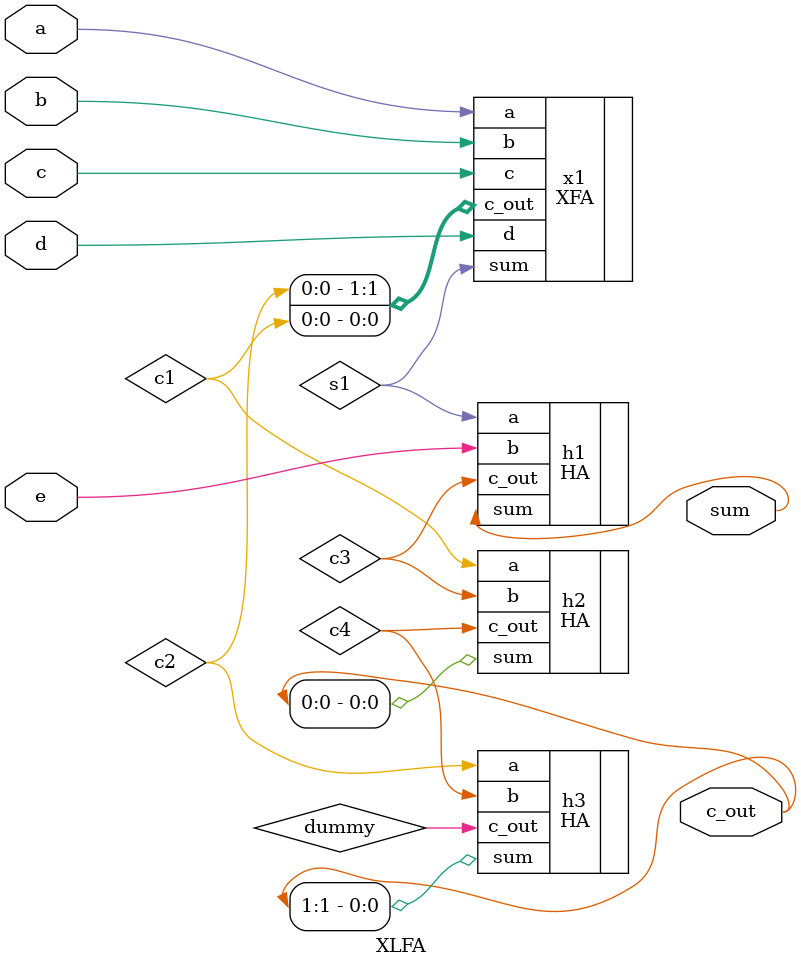
<source format=v>
module XLFA (a,b,c,d,e,c_out,sum);

	input a,b,c,d,e;
	output sum;
	output [1:0] c_out;
	
	
	/*
		XLFA x1(.a(),.b(),.c(),.d(),.e(),.c_out({,}),.sum());	
	
	*/
	XFA x1(.a(a),.b(b),.c(c),.d(d),.c_out({c2,c1}),.sum(s1));	
	
	HA h1( 	.a(s1),	.b(e),	.c_out(c3),	.sum(sum)	);
	
	HA h2( 	.a(c1),	.b(c3),	.c_out(c4),	.sum(c_out[0])	);
	
	HA h3( 	.a(c2),	.b(c4),	.c_out(dummy),	.sum(c_out[1])	);
	
endmodule
</source>
